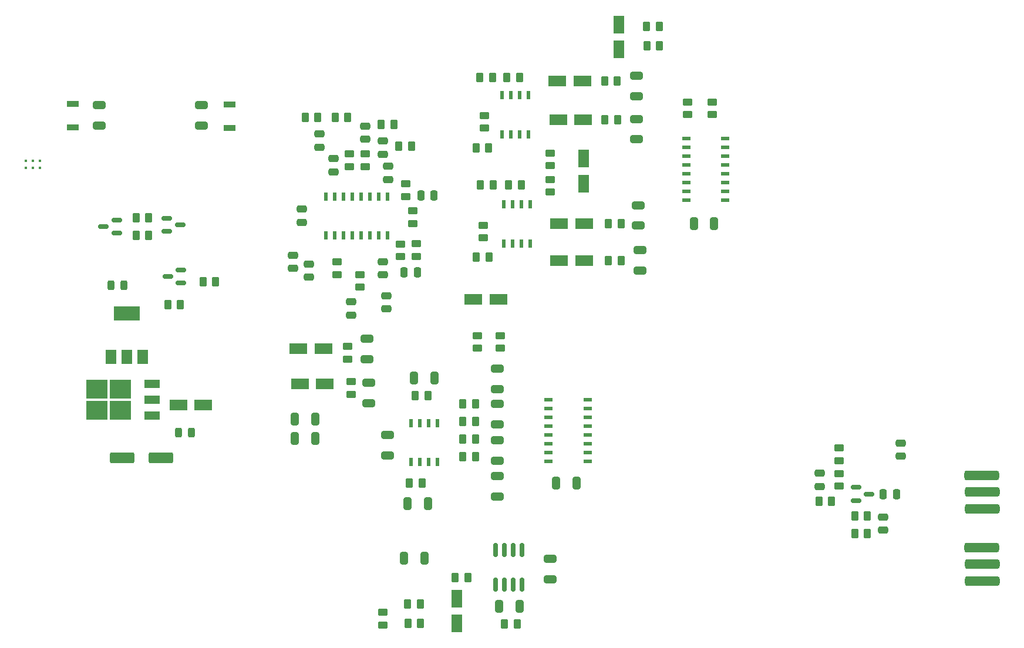
<source format=gbr>
%TF.GenerationSoftware,KiCad,Pcbnew,(6.0.10)*%
%TF.CreationDate,2023-02-15T21:48:18-05:00*%
%TF.ProjectId,SDR-Transceiver,5344522d-5472-4616-9e73-636569766572,rev?*%
%TF.SameCoordinates,Original*%
%TF.FileFunction,Paste,Top*%
%TF.FilePolarity,Positive*%
%FSLAX46Y46*%
G04 Gerber Fmt 4.6, Leading zero omitted, Abs format (unit mm)*
G04 Created by KiCad (PCBNEW (6.0.10)) date 2023-02-15 21:48:18*
%MOMM*%
%LPD*%
G01*
G04 APERTURE LIST*
G04 Aperture macros list*
%AMRoundRect*
0 Rectangle with rounded corners*
0 $1 Rounding radius*
0 $2 $3 $4 $5 $6 $7 $8 $9 X,Y pos of 4 corners*
0 Add a 4 corners polygon primitive as box body*
4,1,4,$2,$3,$4,$5,$6,$7,$8,$9,$2,$3,0*
0 Add four circle primitives for the rounded corners*
1,1,$1+$1,$2,$3*
1,1,$1+$1,$4,$5*
1,1,$1+$1,$6,$7*
1,1,$1+$1,$8,$9*
0 Add four rect primitives between the rounded corners*
20,1,$1+$1,$2,$3,$4,$5,0*
20,1,$1+$1,$4,$5,$6,$7,0*
20,1,$1+$1,$6,$7,$8,$9,0*
20,1,$1+$1,$8,$9,$2,$3,0*%
G04 Aperture macros list end*
%ADD10RoundRect,0.250000X-0.262500X-0.450000X0.262500X-0.450000X0.262500X0.450000X-0.262500X0.450000X0*%
%ADD11RoundRect,0.250000X0.262500X0.450000X-0.262500X0.450000X-0.262500X-0.450000X0.262500X-0.450000X0*%
%ADD12RoundRect,0.250000X-0.450000X0.262500X-0.450000X-0.262500X0.450000X-0.262500X0.450000X0.262500X0*%
%ADD13RoundRect,0.150000X-0.150000X0.825000X-0.150000X-0.825000X0.150000X-0.825000X0.150000X0.825000X0*%
%ADD14RoundRect,0.250000X-0.325000X-0.650000X0.325000X-0.650000X0.325000X0.650000X-0.325000X0.650000X0*%
%ADD15RoundRect,0.250000X0.325000X0.650000X-0.325000X0.650000X-0.325000X-0.650000X0.325000X-0.650000X0*%
%ADD16RoundRect,0.250000X0.650000X-0.325000X0.650000X0.325000X-0.650000X0.325000X-0.650000X-0.325000X0*%
%ADD17RoundRect,0.250000X0.550000X-1.050000X0.550000X1.050000X-0.550000X1.050000X-0.550000X-1.050000X0*%
%ADD18RoundRect,0.250000X0.450000X-0.262500X0.450000X0.262500X-0.450000X0.262500X-0.450000X-0.262500X0*%
%ADD19RoundRect,0.250000X-0.650000X0.325000X-0.650000X-0.325000X0.650000X-0.325000X0.650000X0.325000X0*%
%ADD20R,0.600000X1.200000*%
%ADD21R,1.200000X0.600000*%
%ADD22RoundRect,0.250000X-1.050000X-0.550000X1.050000X-0.550000X1.050000X0.550000X-1.050000X0.550000X0*%
%ADD23RoundRect,0.350000X-2.150000X-0.350000X2.150000X-0.350000X2.150000X0.350000X-2.150000X0.350000X0*%
%ADD24RoundRect,0.250000X-0.475000X0.250000X-0.475000X-0.250000X0.475000X-0.250000X0.475000X0.250000X0*%
%ADD25RoundRect,0.150000X-0.587500X-0.150000X0.587500X-0.150000X0.587500X0.150000X-0.587500X0.150000X0*%
%ADD26R,1.700000X0.900000*%
%ADD27RoundRect,0.250000X1.500000X0.550000X-1.500000X0.550000X-1.500000X-0.550000X1.500000X-0.550000X0*%
%ADD28RoundRect,0.250000X0.475000X-0.250000X0.475000X0.250000X-0.475000X0.250000X-0.475000X-0.250000X0*%
%ADD29RoundRect,0.250000X-0.250000X-0.475000X0.250000X-0.475000X0.250000X0.475000X-0.250000X0.475000X0*%
%ADD30RoundRect,0.150000X0.587500X0.150000X-0.587500X0.150000X-0.587500X-0.150000X0.587500X-0.150000X0*%
%ADD31R,3.050000X2.750000*%
%ADD32R,2.200000X1.200000*%
%ADD33RoundRect,0.250000X-0.550000X1.050000X-0.550000X-1.050000X0.550000X-1.050000X0.550000X1.050000X0*%
%ADD34RoundRect,0.250000X0.250000X0.475000X-0.250000X0.475000X-0.250000X-0.475000X0.250000X-0.475000X0*%
%ADD35RoundRect,0.243750X-0.243750X-0.456250X0.243750X-0.456250X0.243750X0.456250X-0.243750X0.456250X0*%
%ADD36R,1.500000X2.000000*%
%ADD37R,3.800000X2.000000*%
%ADD38RoundRect,0.243750X0.243750X0.456250X-0.243750X0.456250X-0.243750X-0.456250X0.243750X-0.456250X0*%
%ADD39R,0.400000X0.400000*%
G04 APERTURE END LIST*
D10*
%TO.C,R56*%
X146177000Y-136909000D03*
X148002000Y-136909000D03*
%TD*%
%TO.C,R55*%
X139065000Y-130175000D03*
X140890000Y-130175000D03*
%TD*%
D11*
%TO.C,R54*%
X134032000Y-133985000D03*
X132207000Y-133985000D03*
%TD*%
D10*
%TO.C,R53*%
X132239000Y-136779000D03*
X134064000Y-136779000D03*
%TD*%
D12*
%TO.C,R52*%
X128651000Y-135208000D03*
X128651000Y-137033000D03*
%TD*%
D13*
%TO.C,U11*%
X147447000Y-126241000D03*
X148717000Y-131191000D03*
X144907000Y-126241000D03*
X148717000Y-126241000D03*
X144907000Y-131191000D03*
X147447000Y-131191000D03*
X146177000Y-126241000D03*
X146177000Y-131191000D03*
%TD*%
D14*
%TO.C,C55*%
X131699000Y-127381000D03*
X134649000Y-127381000D03*
%TD*%
D15*
%TO.C,C54*%
X148365000Y-134369000D03*
X145415000Y-134369000D03*
%TD*%
D16*
%TO.C,C53*%
X152781000Y-130429000D03*
X152781000Y-127479000D03*
%TD*%
D17*
%TO.C,C52*%
X139319000Y-136823000D03*
X139319000Y-133223000D03*
%TD*%
D18*
%TO.C,R20*%
X176149000Y-63420000D03*
X176149000Y-61595000D03*
%TD*%
D19*
%TO.C,C20*%
X165227000Y-57832000D03*
X165227000Y-60782000D03*
%TD*%
D11*
%TO.C,R45*%
X94869000Y-80850000D03*
X93044000Y-80850000D03*
%TD*%
D16*
%TO.C,C19*%
X165227000Y-66976000D03*
X165227000Y-64026000D03*
%TD*%
D20*
%TO.C,U2*%
X132693993Y-113535314D03*
X133963993Y-113535314D03*
X135233993Y-113535314D03*
X136503993Y-113535314D03*
X136503993Y-107935314D03*
X135233993Y-107935314D03*
X133963993Y-107935314D03*
X132693993Y-107935314D03*
%TD*%
D18*
%TO.C,R23*%
X122047000Y-86487000D03*
X122047000Y-84662000D03*
%TD*%
D21*
%TO.C,U1*%
X158127000Y-113411000D03*
X158127000Y-112141000D03*
X158127000Y-110871000D03*
X158127000Y-109601000D03*
X158127000Y-108331000D03*
X158127000Y-107061000D03*
X158127000Y-105791000D03*
X158127000Y-104521000D03*
X152527000Y-104521000D03*
X152527000Y-105791000D03*
X152527000Y-107061000D03*
X152527000Y-108331000D03*
X152527000Y-109601000D03*
X152527000Y-110871000D03*
X152527000Y-112141000D03*
X152527000Y-113411000D03*
%TD*%
D18*
%TO.C,R22*%
X123571000Y-98679000D03*
X123571000Y-96854000D03*
%TD*%
D11*
%TO.C,R5*%
X134262000Y-116576594D03*
X132437000Y-116576594D03*
%TD*%
D18*
%TO.C,R19*%
X172593000Y-63420000D03*
X172593000Y-61595000D03*
%TD*%
D10*
%TO.C,R47*%
X97616000Y-90805000D03*
X99441000Y-90805000D03*
%TD*%
D22*
%TO.C,C44*%
X99143000Y-105283000D03*
X102743000Y-105283000D03*
%TD*%
D10*
%TO.C,R51*%
X166704000Y-53514000D03*
X168529000Y-53514000D03*
%TD*%
D11*
%TO.C,R36*%
X198503800Y-121305500D03*
X196678800Y-121305500D03*
%TD*%
D10*
%TO.C,R14*%
X142074500Y-83994000D03*
X143899500Y-83994000D03*
%TD*%
D23*
%TO.C,J7*%
X215028780Y-128262380D03*
X215011000Y-125841760D03*
X215028780Y-130683000D03*
%TD*%
D24*
%TO.C,C37*%
X119507000Y-66187000D03*
X119507000Y-68087000D03*
%TD*%
D11*
%TO.C,R2*%
X141962000Y-105146594D03*
X140137000Y-105146594D03*
%TD*%
D12*
%TO.C,R42*%
X142211000Y-95281000D03*
X142211000Y-97106000D03*
%TD*%
D18*
%TO.C,R15*%
X143129000Y-81200000D03*
X143129000Y-79375000D03*
%TD*%
D14*
%TO.C,C25*%
X115951000Y-110109000D03*
X118901000Y-110109000D03*
%TD*%
D15*
%TO.C,C15*%
X135102000Y-119535314D03*
X132152000Y-119535314D03*
%TD*%
D16*
%TO.C,C14*%
X145137000Y-108096594D03*
X145137000Y-105146594D03*
%TD*%
D18*
%TO.C,R33*%
X194439800Y-113299500D03*
X194439800Y-111474500D03*
%TD*%
%TO.C,R43*%
X145513000Y-97106000D03*
X145513000Y-95281000D03*
%TD*%
D24*
%TO.C,C34*%
X129413000Y-70876500D03*
X129413000Y-72776500D03*
%TD*%
D12*
%TO.C,R48*%
X152781000Y-72771000D03*
X152781000Y-74596000D03*
%TD*%
D19*
%TO.C,C22*%
X165481000Y-76472000D03*
X165481000Y-79422000D03*
%TD*%
D11*
%TO.C,R12*%
X148336000Y-58086000D03*
X146511000Y-58086000D03*
%TD*%
%TO.C,R37*%
X193320300Y-119141500D03*
X191495300Y-119141500D03*
%TD*%
D25*
%TO.C,Q4*%
X97487500Y-78376000D03*
X97487500Y-80276000D03*
X99362500Y-79326000D03*
%TD*%
D19*
%TO.C,C29*%
X126365000Y-95725000D03*
X126365000Y-98675000D03*
%TD*%
D11*
%TO.C,R18*%
X148568798Y-73554000D03*
X146743798Y-73554000D03*
%TD*%
D18*
%TO.C,R27*%
X131953000Y-75199000D03*
X131953000Y-73374000D03*
%TD*%
D10*
%TO.C,R9*%
X161154500Y-84502000D03*
X162979500Y-84502000D03*
%TD*%
D24*
%TO.C,C36*%
X121539000Y-69743000D03*
X121539000Y-71643000D03*
%TD*%
D12*
%TO.C,R29*%
X126111000Y-69056000D03*
X126111000Y-70881000D03*
%TD*%
D18*
%TO.C,R11*%
X143256000Y-65348500D03*
X143256000Y-63523500D03*
%TD*%
D26*
%TO.C,SW4*%
X83947000Y-61858000D03*
X83947000Y-65258000D03*
%TD*%
D27*
%TO.C,C43*%
X96606000Y-112908000D03*
X91006000Y-112908000D03*
%TD*%
D10*
%TO.C,R13*%
X142066000Y-68246000D03*
X143891000Y-68246000D03*
%TD*%
D14*
%TO.C,C27*%
X115951000Y-107315000D03*
X118901000Y-107315000D03*
%TD*%
D11*
%TO.C,R6*%
X135124064Y-103966594D03*
X133299064Y-103966594D03*
%TD*%
D18*
%TO.C,R25*%
X133477000Y-83843500D03*
X133477000Y-82018500D03*
%TD*%
D24*
%TO.C,C35*%
X128651000Y-67203000D03*
X128651000Y-69103000D03*
%TD*%
D15*
%TO.C,C17*%
X176403000Y-79168000D03*
X173453000Y-79168000D03*
%TD*%
%TO.C,C16*%
X136045759Y-101426594D03*
X133095759Y-101426594D03*
%TD*%
D20*
%TO.C,U5*%
X146051298Y-81974000D03*
X147321298Y-81974000D03*
X148591298Y-81974000D03*
X149861298Y-81974000D03*
X149861298Y-76374000D03*
X148591298Y-76374000D03*
X147321298Y-76374000D03*
X146051298Y-76374000D03*
%TD*%
D19*
%TO.C,C12*%
X145137000Y-100066594D03*
X145137000Y-103016594D03*
%TD*%
%TO.C,C28*%
X126619000Y-102079000D03*
X126619000Y-105029000D03*
%TD*%
D22*
%TO.C,C26*%
X116459000Y-97155000D03*
X120059000Y-97155000D03*
%TD*%
D16*
%TO.C,C10*%
X129262000Y-112541594D03*
X129262000Y-109591594D03*
%TD*%
D24*
%TO.C,C38*%
X116967000Y-77043000D03*
X116967000Y-78943000D03*
%TD*%
D11*
%TO.C,R4*%
X141962000Y-107686594D03*
X140137000Y-107686594D03*
%TD*%
D19*
%TO.C,C13*%
X145137000Y-110375342D03*
X145137000Y-113325342D03*
%TD*%
D28*
%TO.C,C30*%
X115697000Y-85593000D03*
X115697000Y-83693000D03*
%TD*%
D18*
%TO.C,R26*%
X131191000Y-83882000D03*
X131191000Y-82057000D03*
%TD*%
D10*
%TO.C,R7*%
X160655000Y-64182000D03*
X162480000Y-64182000D03*
%TD*%
D29*
%TO.C,C3*%
X200789800Y-118125500D03*
X202689800Y-118125500D03*
%TD*%
D10*
%TO.C,R8*%
X160608000Y-58594000D03*
X162433000Y-58594000D03*
%TD*%
D23*
%TO.C,J6*%
X215028780Y-117848380D03*
X215028780Y-120269000D03*
X215011000Y-115427760D03*
%TD*%
D30*
%TO.C,Q6*%
X99491000Y-87691000D03*
X99491000Y-85791000D03*
X97616000Y-86741000D03*
%TD*%
D19*
%TO.C,C51*%
X102489000Y-62054000D03*
X102489000Y-65004000D03*
%TD*%
D11*
%TO.C,R46*%
X104521000Y-87503000D03*
X102696000Y-87503000D03*
%TD*%
D17*
%TO.C,C48*%
X157607000Y-73370000D03*
X157607000Y-69770000D03*
%TD*%
D26*
%TO.C,SW1*%
X106553000Y-61956000D03*
X106553000Y-65356000D03*
%TD*%
D10*
%TO.C,R50*%
X166657000Y-50720000D03*
X168482000Y-50720000D03*
%TD*%
D20*
%TO.C,U7*%
X120397298Y-80823000D03*
X121667298Y-80823000D03*
X122937298Y-80823000D03*
X124207298Y-80823000D03*
X125477298Y-80823000D03*
X126747298Y-80823000D03*
X128017298Y-80823000D03*
X129287298Y-80823000D03*
X129287298Y-75223000D03*
X128017298Y-75223000D03*
X126747298Y-75223000D03*
X125477298Y-75223000D03*
X124207298Y-75223000D03*
X122937298Y-75223000D03*
X121667298Y-75223000D03*
X120397298Y-75223000D03*
%TD*%
D31*
%TO.C,U8*%
X87402000Y-106052000D03*
X90752000Y-106052000D03*
X87402000Y-103002000D03*
X90752000Y-103002000D03*
D32*
X95377000Y-106807000D03*
X95377000Y-104527000D03*
X95377000Y-102247000D03*
%TD*%
D33*
%TO.C,C49*%
X162640000Y-50422000D03*
X162640000Y-54022000D03*
%TD*%
D10*
%TO.C,R44*%
X93044000Y-78310000D03*
X94869000Y-78310000D03*
%TD*%
D34*
%TO.C,C41*%
X136017000Y-75057000D03*
X134117000Y-75057000D03*
%TD*%
D10*
%TO.C,R38*%
X130937000Y-67965000D03*
X132762000Y-67965000D03*
%TD*%
D15*
%TO.C,C9*%
X156567000Y-116576594D03*
X153617000Y-116576594D03*
%TD*%
D22*
%TO.C,C5*%
X153889000Y-64182000D03*
X157489000Y-64182000D03*
%TD*%
D28*
%TO.C,C42*%
X126111000Y-66939000D03*
X126111000Y-65039000D03*
%TD*%
D20*
%TO.C,U4*%
X145796000Y-66226000D03*
X147066000Y-66226000D03*
X148336000Y-66226000D03*
X149606000Y-66226000D03*
X149606000Y-60626000D03*
X148336000Y-60626000D03*
X147066000Y-60626000D03*
X145796000Y-60626000D03*
%TD*%
D25*
%TO.C,Q3*%
X196882800Y-117175500D03*
X196882800Y-119075500D03*
X198757800Y-118125500D03*
%TD*%
D28*
%TO.C,C33*%
X128651000Y-86497000D03*
X128651000Y-84597000D03*
%TD*%
D35*
%TO.C,C45*%
X99143000Y-109251000D03*
X101018000Y-109251000D03*
%TD*%
D28*
%TO.C,C4*%
X203329800Y-112659500D03*
X203329800Y-110759500D03*
%TD*%
D12*
%TO.C,R21*%
X124079000Y-101934000D03*
X124079000Y-103759000D03*
%TD*%
D10*
%TO.C,R10*%
X161163000Y-79168000D03*
X162988000Y-79168000D03*
%TD*%
%TO.C,R39*%
X128397000Y-64785000D03*
X130222000Y-64785000D03*
%TD*%
D16*
%TO.C,C11*%
X145137000Y-118481594D03*
X145137000Y-115531594D03*
%TD*%
D36*
%TO.C,U9*%
X89420000Y-98380000D03*
X91720000Y-98380000D03*
D37*
X91720000Y-92080000D03*
D36*
X94020000Y-98380000D03*
%TD*%
D16*
%TO.C,C21*%
X165735000Y-85928000D03*
X165735000Y-82978000D03*
%TD*%
D22*
%TO.C,C46*%
X141659000Y-90043000D03*
X145259000Y-90043000D03*
%TD*%
D18*
%TO.C,R28*%
X132969000Y-79121000D03*
X132969000Y-77296000D03*
%TD*%
D22*
%TO.C,C7*%
X154051000Y-84502000D03*
X157651000Y-84502000D03*
%TD*%
D28*
%TO.C,C1*%
X191645800Y-117043500D03*
X191645800Y-115143500D03*
%TD*%
D12*
%TO.C,R30*%
X123825000Y-69056000D03*
X123825000Y-70881000D03*
%TD*%
D11*
%TO.C,R3*%
X141962000Y-110226594D03*
X140137000Y-110226594D03*
%TD*%
D28*
%TO.C,C31*%
X117983000Y-86863000D03*
X117983000Y-84963000D03*
%TD*%
D11*
%TO.C,R40*%
X123571000Y-63769000D03*
X121746000Y-63769000D03*
%TD*%
D21*
%TO.C,U3*%
X177963000Y-75737702D03*
X177963000Y-74467702D03*
X177963000Y-73197702D03*
X177963000Y-71927702D03*
X177963000Y-70657702D03*
X177963000Y-69387702D03*
X177963000Y-68117702D03*
X177963000Y-66847702D03*
X172363000Y-66847702D03*
X172363000Y-68117702D03*
X172363000Y-69387702D03*
X172363000Y-70657702D03*
X172363000Y-71927702D03*
X172363000Y-73197702D03*
X172363000Y-74467702D03*
X172363000Y-75737702D03*
%TD*%
D34*
%TO.C,C40*%
X133599000Y-86121000D03*
X131699000Y-86121000D03*
%TD*%
D11*
%TO.C,R1*%
X141962000Y-112766594D03*
X140137000Y-112766594D03*
%TD*%
D18*
%TO.C,R24*%
X125349000Y-88312000D03*
X125349000Y-86487000D03*
%TD*%
D19*
%TO.C,C50*%
X87757000Y-62054000D03*
X87757000Y-65004000D03*
%TD*%
D22*
%TO.C,C24*%
X116669000Y-102235000D03*
X120269000Y-102235000D03*
%TD*%
D28*
%TO.C,C32*%
X129159000Y-91435000D03*
X129159000Y-89535000D03*
%TD*%
D11*
%TO.C,R41*%
X119253000Y-63769000D03*
X117428000Y-63769000D03*
%TD*%
D12*
%TO.C,R49*%
X152781000Y-68961000D03*
X152781000Y-70786000D03*
%TD*%
D28*
%TO.C,C39*%
X124079000Y-92329000D03*
X124079000Y-90429000D03*
%TD*%
D11*
%TO.C,R35*%
X198503800Y-123845500D03*
X196678800Y-123845500D03*
%TD*%
D30*
%TO.C,Q5*%
X90218500Y-80530000D03*
X90218500Y-78630000D03*
X88343500Y-79580000D03*
%TD*%
D10*
%TO.C,R16*%
X142621000Y-58086000D03*
X144446000Y-58086000D03*
%TD*%
D28*
%TO.C,C2*%
X200789800Y-123327500D03*
X200789800Y-121427500D03*
%TD*%
D22*
%TO.C,C8*%
X154051000Y-79168000D03*
X157651000Y-79168000D03*
%TD*%
D38*
%TO.C,C47*%
X91260000Y-88016000D03*
X89385000Y-88016000D03*
%TD*%
D22*
%TO.C,C6*%
X153775000Y-58594000D03*
X157375000Y-58594000D03*
%TD*%
D18*
%TO.C,R34*%
X194439800Y-117006000D03*
X194439800Y-115181000D03*
%TD*%
D10*
%TO.C,R17*%
X142670000Y-73554000D03*
X144495000Y-73554000D03*
%TD*%
D39*
%TO.C,U6*%
X79125000Y-70106000D03*
X77125000Y-71106000D03*
X77125000Y-70106000D03*
X78125000Y-71106000D03*
X79125000Y-71106000D03*
X78125000Y-70106000D03*
%TD*%
M02*

</source>
